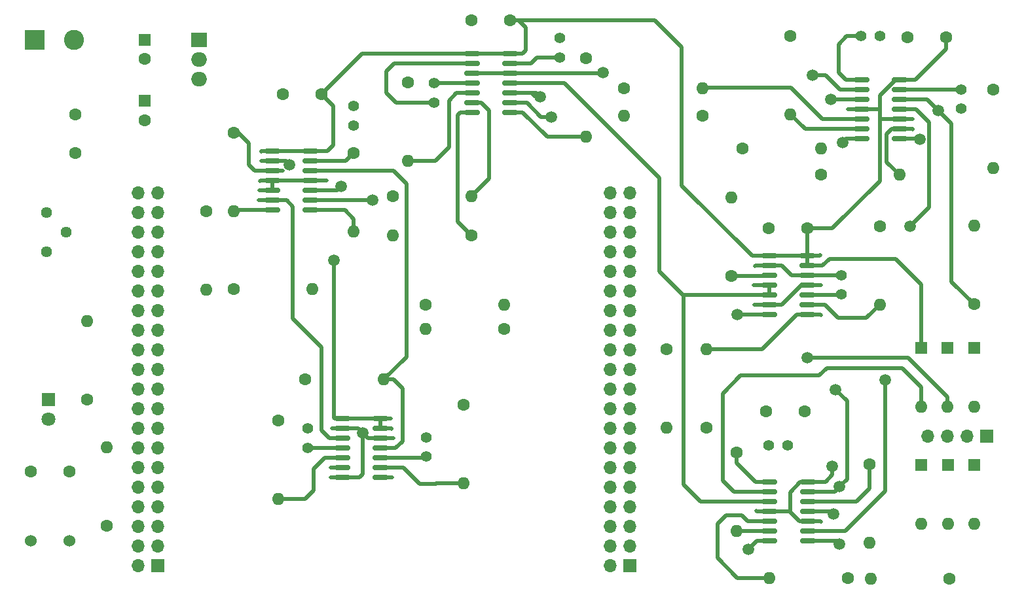
<source format=gbr>
%TF.GenerationSoftware,KiCad,Pcbnew,8.0.0*%
%TF.CreationDate,2024-11-06T21:56:16+01:00*%
%TF.ProjectId,Coincidence_board,436f696e-6369-4646-956e-63655f626f61,rev?*%
%TF.SameCoordinates,Original*%
%TF.FileFunction,Copper,L1,Top*%
%TF.FilePolarity,Positive*%
%FSLAX46Y46*%
G04 Gerber Fmt 4.6, Leading zero omitted, Abs format (unit mm)*
G04 Created by KiCad (PCBNEW 8.0.0) date 2024-11-06 21:56:16*
%MOMM*%
%LPD*%
G01*
G04 APERTURE LIST*
G04 Aperture macros list*
%AMRoundRect*
0 Rectangle with rounded corners*
0 $1 Rounding radius*
0 $2 $3 $4 $5 $6 $7 $8 $9 X,Y pos of 4 corners*
0 Add a 4 corners polygon primitive as box body*
4,1,4,$2,$3,$4,$5,$6,$7,$8,$9,$2,$3,0*
0 Add four circle primitives for the rounded corners*
1,1,$1+$1,$2,$3*
1,1,$1+$1,$4,$5*
1,1,$1+$1,$6,$7*
1,1,$1+$1,$8,$9*
0 Add four rect primitives between the rounded corners*
20,1,$1+$1,$2,$3,$4,$5,0*
20,1,$1+$1,$4,$5,$6,$7,0*
20,1,$1+$1,$6,$7,$8,$9,0*
20,1,$1+$1,$8,$9,$2,$3,0*%
G04 Aperture macros list end*
%TA.AperFunction,ComponentPad*%
%ADD10R,1.700000X1.700000*%
%TD*%
%TA.AperFunction,ComponentPad*%
%ADD11O,1.700000X1.700000*%
%TD*%
%TA.AperFunction,ComponentPad*%
%ADD12C,1.400000*%
%TD*%
%TA.AperFunction,ComponentPad*%
%ADD13C,1.440000*%
%TD*%
%TA.AperFunction,ComponentPad*%
%ADD14C,1.600000*%
%TD*%
%TA.AperFunction,ComponentPad*%
%ADD15O,1.600000X1.600000*%
%TD*%
%TA.AperFunction,ComponentPad*%
%ADD16R,1.800000X1.800000*%
%TD*%
%TA.AperFunction,ComponentPad*%
%ADD17C,1.800000*%
%TD*%
%TA.AperFunction,ComponentPad*%
%ADD18R,1.600000X1.600000*%
%TD*%
%TA.AperFunction,SMDPad,CuDef*%
%ADD19RoundRect,0.150000X-0.825000X-0.150000X0.825000X-0.150000X0.825000X0.150000X-0.825000X0.150000X0*%
%TD*%
%TA.AperFunction,ComponentPad*%
%ADD20R,2.600000X2.600000*%
%TD*%
%TA.AperFunction,ComponentPad*%
%ADD21C,2.600000*%
%TD*%
%TA.AperFunction,ComponentPad*%
%ADD22C,1.524000*%
%TD*%
%TA.AperFunction,ComponentPad*%
%ADD23R,2.000000X1.905000*%
%TD*%
%TA.AperFunction,ComponentPad*%
%ADD24O,2.000000X1.905000*%
%TD*%
%TA.AperFunction,ViaPad*%
%ADD25C,1.500000*%
%TD*%
%TA.AperFunction,Conductor*%
%ADD26C,0.500000*%
%TD*%
G04 APERTURE END LIST*
D10*
%TO.P,J4,1,Pin_1*%
%TO.N,unconnected-(J4-Pin_1-Pad1)*%
X208500000Y-143440000D03*
D11*
%TO.P,J4,2,Pin_2*%
%TO.N,unconnected-(J4-Pin_2-Pad2)*%
X205960000Y-143440000D03*
%TO.P,J4,3,Pin_3*%
%TO.N,BC2out_nuc*%
X208500000Y-140900000D03*
%TO.P,J4,4,Pin_4*%
%TO.N,unconnected-(J4-Pin_4-Pad4)*%
X205960000Y-140900000D03*
%TO.P,J4,5,Pin_5*%
%TO.N,unconnected-(J4-Pin_5-Pad5)*%
X208500000Y-138360000D03*
%TO.P,J4,6,Pin_6*%
%TO.N,unconnected-(J4-Pin_6-Pad6)*%
X205960000Y-138360000D03*
%TO.P,J4,7,Pin_7*%
%TO.N,unconnected-(J4-Pin_7-Pad7)*%
X208500000Y-135820000D03*
%TO.P,J4,8,Pin_8*%
%TO.N,unconnected-(J4-Pin_8-Pad8)*%
X205960000Y-135820000D03*
%TO.P,J4,9,Pin_9*%
%TO.N,unconnected-(J4-Pin_9-Pad9)*%
X208500000Y-133280000D03*
%TO.P,J4,10,Pin_10*%
%TO.N,unconnected-(J4-Pin_10-Pad10)*%
X205960000Y-133280000D03*
%TO.P,J4,11,Pin_11*%
%TO.N,unconnected-(J4-Pin_11-Pad11)*%
X208500000Y-130740000D03*
%TO.P,J4,12,Pin_12*%
%TO.N,unconnected-(J4-Pin_12-Pad12)*%
X205960000Y-130740000D03*
%TO.P,J4,13,Pin_13*%
%TO.N,unconnected-(J4-Pin_13-Pad13)*%
X208500000Y-128200000D03*
%TO.P,J4,14,Pin_14*%
%TO.N,unconnected-(J4-Pin_14-Pad14)*%
X205960000Y-128200000D03*
%TO.P,J4,15,Pin_15*%
%TO.N,B2out_nuc*%
X208500000Y-125660000D03*
%TO.P,J4,16,Pin_16*%
%TO.N,unconnected-(J4-Pin_16-Pad16)*%
X205960000Y-125660000D03*
%TO.P,J4,17,Pin_17*%
%TO.N,unconnected-(J4-Pin_17-Pad17)*%
X208500000Y-123120000D03*
%TO.P,J4,18,Pin_18*%
%TO.N,3.3V_NUC*%
X205960000Y-123120000D03*
%TO.P,J4,19,Pin_19*%
%TO.N,unconnected-(J4-Pin_19-Pad19)*%
X208500000Y-120580000D03*
%TO.P,J4,20,Pin_20*%
%TO.N,5V_NUC*%
X205960000Y-120580000D03*
%TO.P,J4,21,Pin_21*%
%TO.N,GND*%
X208500000Y-118040000D03*
%TO.P,J4,22,Pin_22*%
X205960000Y-118040000D03*
%TO.P,J4,23,Pin_23*%
%TO.N,unconnected-(J4-Pin_23-Pad23)*%
X208500000Y-115500000D03*
%TO.P,J4,24,Pin_24*%
%TO.N,GND*%
X205960000Y-115500000D03*
%TO.P,J4,25,Pin_25*%
%TO.N,USER_BUTTON*%
X208500000Y-112960000D03*
%TO.P,J4,26,Pin_26*%
%TO.N,VIN*%
X205960000Y-112960000D03*
%TO.P,J4,27,Pin_27*%
%TO.N,unconnected-(J4-Pin_27-Pad27)*%
X208500000Y-110420000D03*
%TO.P,J4,28,Pin_28*%
%TO.N,unconnected-(J4-Pin_28-Pad28)*%
X205960000Y-110420000D03*
%TO.P,J4,29,Pin_29*%
%TO.N,unconnected-(J4-Pin_29-Pad29)*%
X208500000Y-107880000D03*
%TO.P,J4,30,Pin_30*%
%TO.N,unconnected-(J4-Pin_30-Pad30)*%
X205960000Y-107880000D03*
%TO.P,J4,31,Pin_31*%
%TO.N,unconnected-(J4-Pin_31-Pad31)*%
X208500000Y-105340000D03*
%TO.P,J4,32,Pin_32*%
%TO.N,unconnected-(J4-Pin_32-Pad32)*%
X205960000Y-105340000D03*
%TO.P,J4,33,Pin_33*%
%TO.N,unconnected-(J4-Pin_33-Pad33)*%
X208500000Y-102800000D03*
%TO.P,J4,34,Pin_34*%
%TO.N,unconnected-(J4-Pin_34-Pad34)*%
X205960000Y-102800000D03*
%TO.P,J4,35,Pin_35*%
%TO.N,unconnected-(J4-Pin_35-Pad35)*%
X208500000Y-100260000D03*
%TO.P,J4,36,Pin_36*%
%TO.N,unconnected-(J4-Pin_36-Pad36)*%
X205960000Y-100260000D03*
%TO.P,J4,37,Pin_37*%
%TO.N,AC2out_nuc*%
X208500000Y-97720000D03*
%TO.P,J4,38,Pin_38*%
%TO.N,unconnected-(J4-Pin_38-Pad38)*%
X205960000Y-97720000D03*
%TO.P,J4,39,Pin_39*%
%TO.N,unconnected-(J4-Pin_39-Pad39)*%
X208500000Y-95180000D03*
%TO.P,J4,40,Pin_40*%
%TO.N,C2out_nuc*%
X205960000Y-95180000D03*
%TD*%
D10*
%TO.P,J7,1,Pin_1*%
%TO.N,unconnected-(J7-Pin_1-Pad1)*%
X147460001Y-143440000D03*
D11*
%TO.P,J7,2,Pin_2*%
%TO.N,unconnected-(J7-Pin_2-Pad2)*%
X144920001Y-143440000D03*
%TO.P,J7,3,Pin_3*%
%TO.N,unconnected-(J7-Pin_3-Pad3)*%
X147460001Y-140900000D03*
%TO.P,J7,4,Pin_4*%
%TO.N,unconnected-(J7-Pin_4-Pad4)*%
X144920001Y-140900000D03*
%TO.P,J7,5,Pin_5*%
%TO.N,AB2out_nuc*%
X147460001Y-138360000D03*
%TO.P,J7,6,Pin_6*%
%TO.N,SW1_OUT*%
X144920001Y-138360000D03*
%TO.P,J7,7,Pin_7*%
%TO.N,unconnected-(J7-Pin_7-Pad7)*%
X147460001Y-135820000D03*
%TO.P,J7,8,Pin_8*%
%TO.N,LED_OUT*%
X144920001Y-135820000D03*
%TO.P,J7,9,Pin_9*%
%TO.N,unconnected-(J7-Pin_9-Pad9)*%
X147460001Y-133280000D03*
%TO.P,J7,10,Pin_10*%
%TO.N,unconnected-(J7-Pin_10-Pad10)*%
X144920001Y-133280000D03*
%TO.P,J7,11,Pin_11*%
%TO.N,unconnected-(J7-Pin_11-Pad11)*%
X147460001Y-130740000D03*
%TO.P,J7,12,Pin_12*%
%TO.N,unconnected-(J7-Pin_12-Pad12)*%
X144920001Y-130740000D03*
%TO.P,J7,13,Pin_13*%
%TO.N,unconnected-(J7-Pin_13-Pad13)*%
X147460001Y-128200000D03*
%TO.P,J7,14,Pin_14*%
%TO.N,unconnected-(J7-Pin_14-Pad14)*%
X144920001Y-128200000D03*
%TO.P,J7,15,Pin_15*%
%TO.N,unconnected-(J7-Pin_15-Pad15)*%
X147460001Y-125660000D03*
%TO.P,J7,16,Pin_16*%
%TO.N,unconnected-(J7-Pin_16-Pad16)*%
X144920001Y-125660000D03*
%TO.P,J7,17,Pin_17*%
%TO.N,unconnected-(J7-Pin_17-Pad17)*%
X147460001Y-123120000D03*
%TO.P,J7,18,Pin_18*%
%TO.N,unconnected-(J7-Pin_18-Pad18)*%
X144920001Y-123120000D03*
%TO.P,J7,19,Pin_19*%
%TO.N,unconnected-(J7-Pin_19-Pad19)*%
X147460001Y-120580000D03*
%TO.P,J7,20,Pin_20*%
%TO.N,unconnected-(J7-Pin_20-Pad20)*%
X144920001Y-120580000D03*
%TO.P,J7,21,Pin_21*%
%TO.N,unconnected-(J7-Pin_21-Pad21)*%
X147460001Y-118040000D03*
%TO.P,J7,22,Pin_22*%
%TO.N,GND*%
X144920001Y-118040000D03*
%TO.P,J7,23,Pin_23*%
%TO.N,unconnected-(J7-Pin_23-Pad23)*%
X147460001Y-115500000D03*
%TO.P,J7,24,Pin_24*%
%TO.N,unconnected-(J7-Pin_24-Pad24)*%
X144920001Y-115500000D03*
%TO.P,J7,25,Pin_25*%
%TO.N,unconnected-(J7-Pin_25-Pad25)*%
X147460001Y-112960000D03*
%TO.P,J7,26,Pin_26*%
%TO.N,unconnected-(J7-Pin_26-Pad26)*%
X144920001Y-112960000D03*
%TO.P,J7,27,Pin_27*%
%TO.N,unconnected-(J7-Pin_27-Pad27)*%
X147460001Y-110420000D03*
%TO.P,J7,28,Pin_28*%
%TO.N,unconnected-(J7-Pin_28-Pad28)*%
X144920001Y-110420000D03*
%TO.P,J7,29,Pin_29*%
%TO.N,A2out_nuc*%
X147460001Y-107880000D03*
%TO.P,J7,30,Pin_30*%
%TO.N,unconnected-(J7-Pin_30-Pad30)*%
X144920001Y-107880000D03*
%TO.P,J7,31,Pin_31*%
%TO.N,unconnected-(J7-Pin_31-Pad31)*%
X147460001Y-105340000D03*
%TO.P,J7,32,Pin_32*%
%TO.N,unconnected-(J7-Pin_32-Pad32)*%
X144920001Y-105340000D03*
%TO.P,J7,33,Pin_33*%
%TO.N,ABCout_nuc*%
X147460001Y-102800000D03*
%TO.P,J7,34,Pin_34*%
%TO.N,unconnected-(J7-Pin_34-Pad34)*%
X144920001Y-102800000D03*
%TO.P,J7,35,Pin_35*%
%TO.N,unconnected-(J7-Pin_35-Pad35)*%
X147460001Y-100260000D03*
%TO.P,J7,36,Pin_36*%
%TO.N,POT_OUT*%
X144920001Y-100260000D03*
%TO.P,J7,37,Pin_37*%
%TO.N,unconnected-(J7-Pin_37-Pad37)*%
X147460001Y-97720000D03*
%TO.P,J7,38,Pin_38*%
%TO.N,unconnected-(J7-Pin_38-Pad38)*%
X144920001Y-97720000D03*
%TO.P,J7,39,Pin_39*%
%TO.N,unconnected-(J7-Pin_39-Pad39)*%
X147460001Y-95180000D03*
%TO.P,J7,40,Pin_40*%
%TO.N,unconnected-(J7-Pin_40-Pad40)*%
X144920001Y-95180000D03*
%TD*%
D12*
%TO.P,C7,1*%
%TO.N,GND*%
X166880000Y-125670000D03*
%TO.P,C7,2*%
%TO.N,Net-(U2A-~{S})*%
X166880000Y-128170000D03*
%TD*%
D13*
%TO.P,RV1,1,1*%
%TO.N,3.3V_NUC*%
X133060000Y-102740000D03*
%TO.P,RV1,2,2*%
%TO.N,POT_OUT*%
X135600000Y-100200000D03*
%TO.P,RV1,3,3*%
%TO.N,GND*%
X133060000Y-97660000D03*
%TD*%
D12*
%TO.P,C5,2*%
%TO.N,Net-(U2B-~{S})*%
X182200000Y-129300000D03*
%TO.P,C5,1*%
%TO.N,GND*%
X182200000Y-126800000D03*
%TD*%
D14*
%TO.P,R20,1*%
%TO.N,A2out_nuc*%
X177840000Y-95600000D03*
D15*
%TO.P,R20,2*%
%TO.N,A2out*%
X188000000Y-95600000D03*
%TD*%
D16*
%TO.P,D1,1,K*%
%TO.N,Net-(D1-K)*%
X133335000Y-121925000D03*
D17*
%TO.P,D1,2,A*%
%TO.N,LED_OUT*%
X133335000Y-124465000D03*
%TD*%
D14*
%TO.P,R3,1*%
%TO.N,Net-(D1-K)*%
X138320000Y-121880000D03*
D15*
%TO.P,R3,2*%
%TO.N,GND*%
X138320000Y-111720000D03*
%TD*%
D14*
%TO.P,R4,1*%
%TO.N,Net-(U2B-~{S})*%
X187000000Y-122600000D03*
D15*
%TO.P,R4,2*%
%TO.N,Net-(U2B-Q)*%
X187000000Y-132760000D03*
%TD*%
D14*
%TO.P,R13,1*%
%TO.N,Net-(U6B-~{R})*%
X202800000Y-77700000D03*
D15*
%TO.P,R13,2*%
%TO.N,Net-(U6B-~{Q})*%
X202800000Y-87860000D03*
%TD*%
D14*
%TO.P,C10,1*%
%TO.N,GND*%
X244400000Y-75000000D03*
%TO.P,C10,2*%
%TO.N,5V*%
X249400000Y-75000000D03*
%TD*%
D18*
%TO.P,D5,1,K*%
%TO.N,B2in*%
X249610000Y-130390000D03*
D15*
%TO.P,D5,2,A*%
%TO.N,GND*%
X249610000Y-138010000D03*
%TD*%
D19*
%TO.P,U1,1,~{R}*%
%TO.N,5V*%
X162250000Y-89755000D03*
%TO.P,U1,2,D*%
%TO.N,GND*%
X162250000Y-91025000D03*
%TO.P,U1,3,C*%
%TO.N,Bin*%
X162250000Y-92295000D03*
%TO.P,U1,4,~{S}*%
%TO.N,Net-(U1A-Q)*%
X162250000Y-93565000D03*
%TO.P,U1,5,Q*%
X162250000Y-94835000D03*
%TO.P,U1,6,~{Q}*%
%TO.N,Net-(U1A-~{Q})*%
X162250000Y-96105000D03*
%TO.P,U1,7,GND*%
%TO.N,GND*%
X162250000Y-97375000D03*
%TO.P,U1,8,~{Q}*%
%TO.N,Net-(U1B-~{Q})*%
X167200000Y-97375000D03*
%TO.P,U1,9,Q*%
%TO.N,ABCout*%
X167200000Y-96105000D03*
%TO.P,U1,10,~{S}*%
%TO.N,5V*%
X167200000Y-94835000D03*
%TO.P,U1,11,C*%
%TO.N,Net-(U1A-Q)*%
X167200000Y-93565000D03*
%TO.P,U1,12,D*%
%TO.N,Ain*%
X167200000Y-92295000D03*
%TO.P,U1,13,~{R}*%
%TO.N,Net-(U1B-~{R})*%
X167200000Y-91025000D03*
%TO.P,U1,14,VCC*%
%TO.N,5V*%
X167200000Y-89755000D03*
%TD*%
D10*
%TO.P,J1,1,Pin_1*%
%TO.N,GND*%
X254610000Y-126650000D03*
D11*
%TO.P,J1,2,Pin_2*%
%TO.N,A2in*%
X252070000Y-126650000D03*
%TO.P,J1,3,Pin_3*%
%TO.N,B2in*%
X249530000Y-126650000D03*
%TO.P,J1,4,Pin_4*%
%TO.N,C2in*%
X246990000Y-126650000D03*
%TD*%
D12*
%TO.P,C13,1*%
%TO.N,GND*%
X240850000Y-74850000D03*
%TO.P,C13,2*%
%TO.N,Net-(U5A-~{R})*%
X238350000Y-74850000D03*
%TD*%
D15*
%TO.P,D7,2,A*%
%TO.N,GND*%
X246200000Y-138020000D03*
D18*
%TO.P,D7,1,K*%
%TO.N,C2in*%
X246200000Y-130400000D03*
%TD*%
D12*
%TO.P,C6,1*%
%TO.N,GND*%
X172800000Y-83900000D03*
%TO.P,C6,2*%
%TO.N,Net-(U1B-~{R})*%
X172800000Y-86400000D03*
%TD*%
D14*
%TO.P,R5,1*%
%TO.N,Bin*%
X157300000Y-87400000D03*
D15*
%TO.P,R5,2*%
%TO.N,GND*%
X157300000Y-97560000D03*
%TD*%
D18*
%TO.P,C2,1*%
%TO.N,5V*%
X145800000Y-83220000D03*
D14*
%TO.P,C2,2*%
%TO.N,GND*%
X145800000Y-85720000D03*
%TD*%
%TO.P,R27,1*%
%TO.N,GND*%
X223040000Y-89400000D03*
D15*
%TO.P,R27,2*%
%TO.N,AC2out_nuc*%
X233200000Y-89400000D03*
%TD*%
D14*
%TO.P,R9,1*%
%TO.N,Net-(U5A-~{R})*%
X229200000Y-74800000D03*
D15*
%TO.P,R9,2*%
%TO.N,Net-(U5A-~{Q})*%
X229200000Y-84960000D03*
%TD*%
D14*
%TO.P,R7,1*%
%TO.N,Net-(U1B-~{R})*%
X172800000Y-90000000D03*
D15*
%TO.P,R7,2*%
%TO.N,Net-(U1B-~{Q})*%
X172800000Y-100160000D03*
%TD*%
D14*
%TO.P,R25,1*%
%TO.N,GND*%
X192200000Y-112800000D03*
D15*
%TO.P,R25,2*%
%TO.N,AB2out_nuc*%
X182040000Y-112800000D03*
%TD*%
D12*
%TO.P,C16,1*%
%TO.N,GND*%
X199400000Y-75100000D03*
%TO.P,C16,2*%
%TO.N,Net-(U6B-~{R})*%
X199400000Y-77600000D03*
%TD*%
D19*
%TO.P,U7,1,~{R}*%
%TO.N,5V*%
X226530000Y-103310000D03*
%TO.P,U7,2,D*%
%TO.N,GND*%
X226530000Y-104580000D03*
%TO.P,U7,3,C*%
%TO.N,B2in*%
X226530000Y-105850000D03*
%TO.P,U7,4,~{S}*%
%TO.N,Net-(U4A-C)*%
X226530000Y-107120000D03*
%TO.P,U7,5,Q*%
X226530000Y-108390000D03*
%TO.P,U7,6,~{Q}*%
%TO.N,Net-(U7A-~{Q})*%
X226530000Y-109660000D03*
%TO.P,U7,7,GND*%
%TO.N,GND*%
X226530000Y-110930000D03*
%TO.P,U7,8,~{Q}*%
%TO.N,B2out*%
X231480000Y-110930000D03*
%TO.P,U7,9,Q*%
%TO.N,Net-(U7B-Q)*%
X231480000Y-109660000D03*
%TO.P,U7,10,~{S}*%
%TO.N,Net-(U7B-~{S})*%
X231480000Y-108390000D03*
%TO.P,U7,11,C*%
%TO.N,Net-(U7A-~{Q})*%
X231480000Y-107120000D03*
%TO.P,U7,12,D*%
%TO.N,GND*%
X231480000Y-105850000D03*
%TO.P,U7,13,~{R}*%
%TO.N,5V*%
X231480000Y-104580000D03*
%TO.P,U7,14,VCC*%
X231480000Y-103310000D03*
%TD*%
D14*
%TO.P,C9,1*%
%TO.N,GND*%
X163600000Y-82400000D03*
%TO.P,C9,2*%
%TO.N,5V*%
X168600000Y-82400000D03*
%TD*%
D20*
%TO.P,J3,1,Pin_1*%
%TO.N,GND*%
X131520000Y-75320000D03*
D21*
%TO.P,J3,2,Pin_2*%
%TO.N,VIN*%
X136600000Y-75320000D03*
%TD*%
D14*
%TO.P,R28,1*%
%TO.N,AC2out_nuc*%
X233200000Y-92800000D03*
D15*
%TO.P,R28,2*%
%TO.N,AC2out*%
X243360000Y-92800000D03*
%TD*%
D14*
%TO.P,R26,1*%
%TO.N,AB2out_nuc*%
X182040000Y-109600000D03*
D15*
%TO.P,R26,2*%
%TO.N,AB2out*%
X192200000Y-109600000D03*
%TD*%
D18*
%TO.P,D6,1,K*%
%TO.N,5V*%
X246200000Y-115200000D03*
D15*
%TO.P,D6,2,A*%
%TO.N,C2in*%
X246200000Y-122820000D03*
%TD*%
%TO.P,R21,2*%
%TO.N,C2out_nuc*%
X207740000Y-85200000D03*
D14*
%TO.P,R21,1*%
%TO.N,GND*%
X217900000Y-85200000D03*
%TD*%
%TO.P,R1,1*%
%TO.N,SW1_OUT*%
X140880000Y-138280000D03*
D15*
%TO.P,R1,2*%
%TO.N,GND*%
X140880000Y-128120000D03*
%TD*%
D14*
%TO.P,R18,1*%
%TO.N,GND*%
X213200000Y-115400000D03*
D15*
%TO.P,R18,2*%
%TO.N,B2out_nuc*%
X213200000Y-125560000D03*
%TD*%
D14*
%TO.P,R19,1*%
%TO.N,GND*%
X188000000Y-100680000D03*
D15*
%TO.P,R19,2*%
%TO.N,A2out_nuc*%
X177840000Y-100680000D03*
%TD*%
%TO.P,D3,2,A*%
%TO.N,GND*%
X253000000Y-138020000D03*
D18*
%TO.P,D3,1,K*%
%TO.N,A2in*%
X253000000Y-130400000D03*
%TD*%
%TO.P,D4,1,K*%
%TO.N,5V*%
X249600000Y-115200000D03*
D15*
%TO.P,D4,2,A*%
%TO.N,B2in*%
X249600000Y-122820000D03*
%TD*%
D22*
%TO.P,SW1,1,1*%
%TO.N,3.3V_NUC*%
X131000000Y-140200000D03*
%TO.P,SW1,2,2*%
%TO.N,SW1_OUT*%
X136000000Y-140200000D03*
%TD*%
D14*
%TO.P,R6,1*%
%TO.N,GND*%
X166520000Y-119320000D03*
D15*
%TO.P,R6,2*%
%TO.N,Ain*%
X176680000Y-119320000D03*
%TD*%
D19*
%TO.P,U6,1,~{R}*%
%TO.N,5V*%
X188050000Y-77130000D03*
%TO.P,U6,2,D*%
%TO.N,GND*%
X188050000Y-78400000D03*
%TO.P,U6,3,C*%
%TO.N,A2in*%
X188050000Y-79670000D03*
%TO.P,U6,4,~{S}*%
%TO.N,Net-(U6A-~{S})*%
X188050000Y-80940000D03*
%TO.P,U6,5,Q*%
%TO.N,Net-(U6A-Q)*%
X188050000Y-82210000D03*
%TO.P,U6,6,~{Q}*%
%TO.N,A2out*%
X188050000Y-83480000D03*
%TO.P,U6,7,GND*%
%TO.N,GND*%
X188050000Y-84750000D03*
%TO.P,U6,8,~{Q}*%
%TO.N,Net-(U6B-~{Q})*%
X193000000Y-84750000D03*
%TO.P,U6,9,Q*%
%TO.N,AB2out*%
X193000000Y-83480000D03*
%TO.P,U6,10,~{S}*%
%TO.N,5V*%
X193000000Y-82210000D03*
%TO.P,U6,11,C*%
%TO.N,Net-(U4A-C)*%
X193000000Y-80940000D03*
%TO.P,U6,12,D*%
%TO.N,A2in*%
X193000000Y-79670000D03*
%TO.P,U6,13,~{R}*%
%TO.N,Net-(U6B-~{R})*%
X193000000Y-78400000D03*
%TO.P,U6,14,VCC*%
%TO.N,5V*%
X193000000Y-77130000D03*
%TD*%
D14*
%TO.P,R8,1*%
%TO.N,Net-(U2A-~{S})*%
X163000000Y-124640000D03*
D15*
%TO.P,R8,2*%
%TO.N,Net-(U2A-Q)*%
X163000000Y-134800000D03*
%TD*%
D12*
%TO.P,C14,1*%
%TO.N,GND*%
X251300000Y-84250000D03*
%TO.P,C14,2*%
%TO.N,Net-(U5B-~{R})*%
X251300000Y-81750000D03*
%TD*%
D18*
%TO.P,C3,1*%
%TO.N,VIN*%
X145800000Y-75320000D03*
D14*
%TO.P,C3,2*%
%TO.N,GND*%
X145800000Y-77820000D03*
%TD*%
%TO.P,R14,1*%
%TO.N,Net-(U4A-~{R})*%
X222320000Y-128800000D03*
D15*
%TO.P,R14,2*%
%TO.N,Net-(U4A-~{Q})*%
X222320000Y-138960000D03*
%TD*%
D19*
%TO.P,U2,1,~{R}*%
%TO.N,5V*%
X171330000Y-124380000D03*
%TO.P,U2,2,D*%
%TO.N,GND*%
X171330000Y-125650000D03*
%TO.P,U2,3,C*%
%TO.N,Net-(U1A-~{Q})*%
X171330000Y-126920000D03*
%TO.P,U2,4,~{S}*%
%TO.N,Net-(U2A-~{S})*%
X171330000Y-128190000D03*
%TO.P,U2,5,Q*%
%TO.N,Net-(U2A-Q)*%
X171330000Y-129460000D03*
%TO.P,U2,6,~{Q}*%
%TO.N,Bout*%
X171330000Y-130730000D03*
%TO.P,U2,7,GND*%
%TO.N,GND*%
X171330000Y-132000000D03*
%TO.P,U2,8,~{Q}*%
%TO.N,Aout*%
X176280000Y-132000000D03*
%TO.P,U2,9,Q*%
%TO.N,Net-(U2B-Q)*%
X176280000Y-130730000D03*
%TO.P,U2,10,~{S}*%
%TO.N,Net-(U2B-~{S})*%
X176280000Y-129460000D03*
%TO.P,U2,11,C*%
%TO.N,Ain*%
X176280000Y-128190000D03*
%TO.P,U2,12,D*%
%TO.N,GND*%
X176280000Y-126920000D03*
%TO.P,U2,13,~{R}*%
%TO.N,5V*%
X176280000Y-125650000D03*
%TO.P,U2,14,VCC*%
X176280000Y-124380000D03*
%TD*%
%TO.P,U4,1,~{R}*%
%TO.N,Net-(U4A-~{R})*%
X226570000Y-132570000D03*
%TO.P,U4,2,D*%
%TO.N,C2in*%
X226570000Y-133840000D03*
%TO.P,U4,3,C*%
%TO.N,Net-(U4A-C)*%
X226570000Y-135110000D03*
%TO.P,U4,4,~{S}*%
%TO.N,5V*%
X226570000Y-136380000D03*
%TO.P,U4,5,Q*%
%TO.N,BC2out*%
X226570000Y-137650000D03*
%TO.P,U4,6,~{Q}*%
%TO.N,Net-(U4A-~{Q})*%
X226570000Y-138920000D03*
%TO.P,U4,7,GND*%
%TO.N,GND*%
X226570000Y-140190000D03*
%TO.P,U4,8,~{Q}*%
%TO.N,Net-(U4B-~{Q})*%
X231520000Y-140190000D03*
%TO.P,U4,9,Q*%
%TO.N,Net-(U4B-Q)*%
X231520000Y-138920000D03*
%TO.P,U4,10,~{S}*%
%TO.N,5V*%
X231520000Y-137650000D03*
%TO.P,U4,11,C*%
%TO.N,GND*%
X231520000Y-136380000D03*
%TO.P,U4,12,D*%
%TO.N,C2in*%
X231520000Y-135110000D03*
%TO.P,U4,13,~{R}*%
%TO.N,Net-(U4B-~{Q})*%
X231520000Y-133840000D03*
%TO.P,U4,14,VCC*%
%TO.N,5V*%
X231520000Y-132570000D03*
%TD*%
D12*
%TO.P,C17,1*%
%TO.N,GND*%
X228920000Y-127800000D03*
%TO.P,C17,2*%
%TO.N,Net-(U4A-~{R})*%
X226420000Y-127800000D03*
%TD*%
D14*
%TO.P,C8,1*%
%TO.N,5V*%
X193000000Y-72800000D03*
%TO.P,C8,2*%
%TO.N,GND*%
X188000000Y-72800000D03*
%TD*%
D12*
%TO.P,C18,1*%
%TO.N,GND*%
X235880000Y-105780000D03*
%TO.P,C18,2*%
%TO.N,Net-(U7B-~{S})*%
X235880000Y-108280000D03*
%TD*%
D14*
%TO.P,R16,1*%
%TO.N,B2in*%
X221650000Y-105880000D03*
D15*
%TO.P,R16,2*%
%TO.N,GND*%
X221650000Y-95720000D03*
%TD*%
D19*
%TO.P,U5,14,VCC*%
%TO.N,5V*%
X243400000Y-80520000D03*
%TO.P,U5,13,~{R}*%
%TO.N,Net-(U5B-~{R})*%
X243400000Y-81790000D03*
%TO.P,U5,12,D*%
%TO.N,A2in*%
X243400000Y-83060000D03*
%TO.P,U5,11,C*%
%TO.N,Net-(U4B-~{Q})*%
X243400000Y-84330000D03*
%TO.P,U5,10,~{S}*%
%TO.N,5V*%
X243400000Y-85600000D03*
%TO.P,U5,9,Q*%
%TO.N,AC2out*%
X243400000Y-86870000D03*
%TO.P,U5,8,~{Q}*%
%TO.N,Net-(U5B-~{Q})*%
X243400000Y-88140000D03*
%TO.P,U5,7,GND*%
%TO.N,GND*%
X238450000Y-88140000D03*
%TO.P,U5,6,~{Q}*%
%TO.N,Net-(U5A-~{Q})*%
X238450000Y-86870000D03*
%TO.P,U5,5,Q*%
%TO.N,C2out*%
X238450000Y-85600000D03*
%TO.P,U5,4,~{S}*%
%TO.N,5V*%
X238450000Y-84330000D03*
%TO.P,U5,3,C*%
%TO.N,GND*%
X238450000Y-83060000D03*
%TO.P,U5,2,D*%
%TO.N,Net-(U4B-Q)*%
X238450000Y-81790000D03*
%TO.P,U5,1,~{R}*%
%TO.N,Net-(U5A-~{R})*%
X238450000Y-80520000D03*
%TD*%
D14*
%TO.P,C11,1*%
%TO.N,GND*%
X226450000Y-99720000D03*
%TO.P,C11,2*%
%TO.N,5V*%
X231450000Y-99720000D03*
%TD*%
%TO.P,R12,1*%
%TO.N,Net-(U6A-~{S})*%
X179800000Y-80800000D03*
D15*
%TO.P,R12,2*%
%TO.N,Net-(U6A-Q)*%
X179800000Y-90960000D03*
%TD*%
D14*
%TO.P,R22,1*%
%TO.N,GND*%
X153720000Y-97520000D03*
D15*
%TO.P,R22,2*%
%TO.N,ABCout_nuc*%
X153720000Y-107680000D03*
%TD*%
D14*
%TO.P,C4,1*%
%TO.N,5V*%
X136800000Y-85000000D03*
%TO.P,C4,2*%
%TO.N,GND*%
X136800000Y-90000000D03*
%TD*%
D23*
%TO.P,U3,1,VI*%
%TO.N,VIN*%
X152800000Y-75320000D03*
D24*
%TO.P,U3,2,GND*%
%TO.N,GND*%
X152800000Y-77860000D03*
%TO.P,U3,3,VO*%
%TO.N,5V*%
X152800000Y-80400000D03*
%TD*%
D14*
%TO.P,R30,1*%
%TO.N,BC2out_nuc*%
X236680000Y-145000000D03*
D15*
%TO.P,R30,2*%
%TO.N,BC2out*%
X226520000Y-145000000D03*
%TD*%
D14*
%TO.P,C1,1*%
%TO.N,3.3V_NUC*%
X131000000Y-131200000D03*
%TO.P,C1,2*%
%TO.N,SW1_OUT*%
X136000000Y-131200000D03*
%TD*%
D15*
%TO.P,R10,2*%
%TO.N,GND*%
X253000000Y-99400000D03*
D14*
%TO.P,R10,1*%
%TO.N,A2in*%
X253000000Y-109560000D03*
%TD*%
%TO.P,C12,1*%
%TO.N,GND*%
X226120000Y-123400000D03*
%TO.P,C12,2*%
%TO.N,5V*%
X231120000Y-123400000D03*
%TD*%
D18*
%TO.P,D2,1,K*%
%TO.N,5V*%
X253000000Y-115200000D03*
D15*
%TO.P,D2,2,A*%
%TO.N,A2in*%
X253000000Y-122820000D03*
%TD*%
D14*
%TO.P,R15,1*%
%TO.N,Net-(U7B-~{S})*%
X240800000Y-99440000D03*
D15*
%TO.P,R15,2*%
%TO.N,Net-(U7B-Q)*%
X240800000Y-109600000D03*
%TD*%
D12*
%TO.P,C15,1*%
%TO.N,GND*%
X183150000Y-83450000D03*
%TO.P,C15,2*%
%TO.N,Net-(U6A-~{S})*%
X183150000Y-80950000D03*
%TD*%
D14*
%TO.P,R11,1*%
%TO.N,Net-(U5B-~{R})*%
X255500000Y-81800000D03*
D15*
%TO.P,R11,2*%
%TO.N,Net-(U5B-~{Q})*%
X255500000Y-91960000D03*
%TD*%
D14*
%TO.P,R29,1*%
%TO.N,GND*%
X249800000Y-145080000D03*
D15*
%TO.P,R29,2*%
%TO.N,BC2out_nuc*%
X239640000Y-145080000D03*
%TD*%
%TO.P,R23,2*%
%TO.N,C2out*%
X217880000Y-81600000D03*
D14*
%TO.P,R23,1*%
%TO.N,C2out_nuc*%
X207720000Y-81600000D03*
%TD*%
%TO.P,R17,1*%
%TO.N,B2out_nuc*%
X218400000Y-125560000D03*
D15*
%TO.P,R17,2*%
%TO.N,B2out*%
X218400000Y-115400000D03*
%TD*%
D14*
%TO.P,R24,1*%
%TO.N,ABCout_nuc*%
X157240000Y-107600000D03*
D15*
%TO.P,R24,2*%
%TO.N,ABCout*%
X167400000Y-107600000D03*
%TD*%
D14*
%TO.P,R2,1*%
%TO.N,C2in*%
X239500000Y-130300000D03*
D15*
%TO.P,R2,2*%
%TO.N,GND*%
X239500000Y-140460000D03*
%TD*%
D25*
%TO.N,GND*%
X234800000Y-136700000D03*
%TO.N,Net-(U4B-Q)*%
X241500000Y-119400000D03*
X232100000Y-79900000D03*
%TO.N,GND*%
X223800000Y-141300000D03*
%TO.N,Net-(U4B-~{Q})*%
X244700000Y-99500000D03*
X235100000Y-120600000D03*
%TO.N,5V*%
X196900000Y-82700000D03*
%TO.N,Net-(U4B-~{Q})*%
X235600000Y-140600000D03*
X235600000Y-133200000D03*
%TO.N,B2in*%
X231400000Y-116500000D03*
%TO.N,5V*%
X170200000Y-103900000D03*
X171200000Y-94300000D03*
%TO.N,GND*%
X164500000Y-91500000D03*
X222400000Y-110900000D03*
%TO.N,5V*%
X234700000Y-130500000D03*
X234700000Y-130500000D03*
%TO.N,Net-(U5B-~{Q})*%
X246000000Y-88200000D03*
%TO.N,GND*%
X236000000Y-88600000D03*
%TO.N,A2in*%
X205000000Y-79600000D03*
X248400000Y-84500000D03*
%TO.N,AB2out*%
X198300000Y-85300000D03*
%TO.N,GND*%
X234500000Y-83000000D03*
%TO.N,ABCout*%
X175200000Y-96100000D03*
%TO.N,GND*%
X173950000Y-126250000D03*
%TD*%
D26*
%TO.N,Bin*%
X159995000Y-92295000D02*
X163650000Y-92295000D01*
X159200000Y-88700000D02*
X159200000Y-91500000D01*
X157900000Y-87400000D02*
X159200000Y-88700000D01*
X157300000Y-87400000D02*
X157900000Y-87400000D01*
X159200000Y-91500000D02*
X159995000Y-92295000D01*
%TO.N,5V*%
X170280000Y-124380000D02*
X171330000Y-124380000D01*
X170200000Y-124300000D02*
X170280000Y-124380000D01*
X170200000Y-103900000D02*
X170200000Y-124300000D01*
%TO.N,ABCout*%
X175200000Y-96100000D02*
X168605000Y-96100000D01*
X168605000Y-96100000D02*
X168600000Y-96105000D01*
X168600000Y-96105000D02*
X167200000Y-96105000D01*
%TO.N,Ain*%
X177895000Y-92295000D02*
X167200000Y-92295000D01*
X179600000Y-94000000D02*
X177895000Y-92295000D01*
X176680000Y-119320000D02*
X179600000Y-116400000D01*
X179600000Y-116400000D02*
X179600000Y-94000000D01*
%TO.N,Net-(U4B-Q)*%
X241500000Y-133740000D02*
X236320000Y-138920000D01*
X236320000Y-138920000D02*
X231520000Y-138920000D01*
X241500000Y-119400000D02*
X241500000Y-133740000D01*
%TO.N,5V*%
X224880000Y-136380000D02*
X224800000Y-136300000D01*
X226570000Y-136380000D02*
X224880000Y-136380000D01*
%TO.N,BC2out*%
X219800000Y-142400000D02*
X222400000Y-145000000D01*
X219800000Y-138000000D02*
X219800000Y-142400000D01*
X220900000Y-136900000D02*
X219800000Y-138000000D01*
X223000000Y-136900000D02*
X220900000Y-136900000D01*
X223750000Y-137650000D02*
X223000000Y-136900000D01*
X226570000Y-137650000D02*
X223750000Y-137650000D01*
X222400000Y-145000000D02*
X226520000Y-145000000D01*
%TO.N,C2in*%
X246200000Y-120300000D02*
X246200000Y-122820000D01*
X243700000Y-117800000D02*
X246200000Y-120300000D01*
X233000000Y-118800000D02*
X234000000Y-117800000D01*
X222800000Y-118800000D02*
X233000000Y-118800000D01*
X220500000Y-132400000D02*
X220500000Y-121100000D01*
X221940000Y-133840000D02*
X220500000Y-132400000D01*
X220500000Y-121100000D02*
X222800000Y-118800000D01*
X234000000Y-117800000D02*
X243700000Y-117800000D01*
X226570000Y-133840000D02*
X221940000Y-133840000D01*
%TO.N,B2in*%
X249600000Y-121600000D02*
X249600000Y-122820000D01*
X244500000Y-116500000D02*
X249600000Y-121600000D01*
X231400000Y-116500000D02*
X244500000Y-116500000D01*
%TO.N,GND*%
X234480000Y-136380000D02*
X231520000Y-136380000D01*
X234800000Y-136700000D02*
X234480000Y-136380000D01*
%TO.N,Net-(U4B-~{Q})*%
X236600000Y-132200000D02*
X235600000Y-133200000D01*
X236600000Y-122100000D02*
X236600000Y-132200000D01*
X235100000Y-120600000D02*
X236600000Y-122100000D01*
X245537767Y-84330000D02*
X243400000Y-84330000D01*
X247200000Y-97000000D02*
X247200000Y-85992233D01*
X247200000Y-85992233D02*
X245537767Y-84330000D01*
X244700000Y-99500000D02*
X247200000Y-97000000D01*
%TO.N,Net-(U4B-Q)*%
X235690000Y-81790000D02*
X238450000Y-81790000D01*
X233800000Y-79900000D02*
X235690000Y-81790000D01*
X232100000Y-79900000D02*
X233800000Y-79900000D01*
%TO.N,Net-(U4A-~{R})*%
X222320000Y-130120000D02*
X222320000Y-128800000D01*
X226570000Y-132570000D02*
X224770000Y-132570000D01*
X224770000Y-132570000D02*
X222320000Y-130120000D01*
%TO.N,Net-(U4A-C)*%
X215400000Y-132900000D02*
X215400000Y-108390000D01*
X226570000Y-135110000D02*
X217610000Y-135110000D01*
X217610000Y-135110000D02*
X215400000Y-132900000D01*
%TO.N,GND*%
X224910000Y-140190000D02*
X223800000Y-141300000D01*
X226570000Y-140190000D02*
X224910000Y-140190000D01*
%TO.N,A2in*%
X250100000Y-106660000D02*
X253000000Y-109560000D01*
X248400000Y-84500000D02*
X250100000Y-86200000D01*
X250100000Y-86200000D02*
X250100000Y-106660000D01*
%TO.N,AB2out*%
X197000000Y-85300000D02*
X195200000Y-83500000D01*
X193020000Y-83500000D02*
X193000000Y-83480000D01*
X198300000Y-85300000D02*
X197000000Y-85300000D01*
X195200000Y-83500000D02*
X193020000Y-83500000D01*
%TO.N,5V*%
X196300000Y-82700000D02*
X196900000Y-82700000D01*
X195800000Y-82200000D02*
X196300000Y-82700000D01*
X193000000Y-82210000D02*
X196410000Y-82210000D01*
X196410000Y-82210000D02*
X196900000Y-82700000D01*
%TO.N,Net-(U6B-~{Q})*%
X202760000Y-87900000D02*
X202800000Y-87860000D01*
X197800000Y-87900000D02*
X202760000Y-87900000D01*
X193000000Y-84750000D02*
X194650000Y-84750000D01*
X194650000Y-84750000D02*
X197800000Y-87900000D01*
%TO.N,Net-(U6A-Q)*%
X183340000Y-90960000D02*
X179800000Y-90960000D01*
X185100000Y-89200000D02*
X183340000Y-90960000D01*
X186090000Y-82210000D02*
X185100000Y-83200000D01*
X188050000Y-82210000D02*
X186090000Y-82210000D01*
X185100000Y-83200000D02*
X185100000Y-89200000D01*
%TO.N,GND*%
X187980000Y-100680000D02*
X188000000Y-100680000D01*
X186200000Y-98900000D02*
X187980000Y-100680000D01*
X186550000Y-84750000D02*
X186200000Y-85100000D01*
X186200000Y-85100000D02*
X186200000Y-98900000D01*
X188050000Y-84750000D02*
X186550000Y-84750000D01*
X178250000Y-83450000D02*
X183150000Y-83450000D01*
X177000000Y-82200000D02*
X178250000Y-83450000D01*
X177000000Y-79400000D02*
X177000000Y-82200000D01*
X188050000Y-78400000D02*
X178000000Y-78400000D01*
X178000000Y-78400000D02*
X177000000Y-79400000D01*
%TO.N,Net-(U6A-~{S})*%
X183160000Y-80940000D02*
X183150000Y-80950000D01*
X188050000Y-80940000D02*
X183160000Y-80940000D01*
%TO.N,Net-(U4B-~{Q})*%
X234600000Y-140190000D02*
X235190000Y-140190000D01*
X235190000Y-140190000D02*
X235600000Y-140600000D01*
X234600000Y-140190000D02*
X235390000Y-140190000D01*
X231520000Y-140190000D02*
X234600000Y-140190000D01*
X234960000Y-133840000D02*
X235600000Y-133200000D01*
X231520000Y-133840000D02*
X234960000Y-133840000D01*
%TO.N,5V*%
X233150000Y-137650000D02*
X233200000Y-137700000D01*
X231520000Y-137650000D02*
X233150000Y-137650000D01*
%TO.N,Net-(U4B-~{Q})*%
X235390000Y-140190000D02*
X235400000Y-140200000D01*
%TO.N,Net-(U4A-~{Q})*%
X222360000Y-138920000D02*
X222320000Y-138960000D01*
X226570000Y-138920000D02*
X222360000Y-138920000D01*
%TO.N,Net-(U1A-Q)*%
X160735000Y-93565000D02*
X160700000Y-93600000D01*
X162250000Y-93565000D02*
X160735000Y-93565000D01*
X160600000Y-94800000D02*
X160635000Y-94835000D01*
X162250000Y-94835000D02*
X160635000Y-94835000D01*
%TO.N,Net-(U1A-~{Q})*%
X160500000Y-96100000D02*
X160505000Y-96105000D01*
X162250000Y-96105000D02*
X160505000Y-96105000D01*
%TO.N,GND*%
X157485000Y-97375000D02*
X157300000Y-97560000D01*
X162250000Y-97375000D02*
X157485000Y-97375000D01*
%TO.N,Net-(U1A-~{Q})*%
X169620000Y-126920000D02*
X171330000Y-126920000D01*
X168600000Y-125900000D02*
X169620000Y-126920000D01*
X168600000Y-115100000D02*
X168600000Y-125900000D01*
X164900000Y-96900000D02*
X164900000Y-111400000D01*
X164900000Y-111400000D02*
X168600000Y-115100000D01*
X162250000Y-96105000D02*
X164105000Y-96105000D01*
X164105000Y-96105000D02*
X164900000Y-96900000D01*
%TO.N,5V*%
X170100000Y-83900000D02*
X168600000Y-82400000D01*
X169345000Y-89755000D02*
X170100000Y-89000000D01*
X170100000Y-89000000D02*
X170100000Y-83900000D01*
X167200000Y-89755000D02*
X169345000Y-89755000D01*
%TO.N,Net-(U1B-~{R})*%
X171775000Y-91025000D02*
X167200000Y-91025000D01*
X172800000Y-90000000D02*
X171775000Y-91025000D01*
%TO.N,Net-(U1B-~{Q})*%
X171675000Y-97375000D02*
X167200000Y-97375000D01*
X172800000Y-98500000D02*
X171675000Y-97375000D01*
X172800000Y-100160000D02*
X172800000Y-98500000D01*
%TO.N,5V*%
X170665000Y-94835000D02*
X167200000Y-94835000D01*
X171200000Y-94300000D02*
X170665000Y-94835000D01*
%TO.N,Net-(U1A-Q)*%
X169300000Y-93500000D02*
X169235000Y-93565000D01*
X167200000Y-93565000D02*
X169235000Y-93565000D01*
%TO.N,Aout*%
X176280000Y-132000000D02*
X177800000Y-132000000D01*
%TO.N,Bout*%
X169830000Y-130730000D02*
X169800000Y-130700000D01*
X171330000Y-130730000D02*
X169830000Y-130730000D01*
%TO.N,GND*%
X171100000Y-132000000D02*
X169800000Y-132000000D01*
X171330000Y-132000000D02*
X171100000Y-132000000D01*
X170050000Y-125650000D02*
X170000000Y-125600000D01*
X171330000Y-125650000D02*
X170050000Y-125650000D01*
%TO.N,5V*%
X177580000Y-124380000D02*
X177600000Y-124400000D01*
X176280000Y-124380000D02*
X177580000Y-124380000D01*
X177700000Y-125700000D02*
X177650000Y-125650000D01*
X176280000Y-125650000D02*
X177650000Y-125650000D01*
%TO.N,GND*%
X176280000Y-126920000D02*
X177880000Y-126920000D01*
X177900000Y-126900000D02*
X177880000Y-126920000D01*
X164025000Y-91025000D02*
X164500000Y-91500000D01*
X162250000Y-91025000D02*
X164025000Y-91025000D01*
%TO.N,5V*%
X160800000Y-89800000D02*
X160845000Y-89755000D01*
X162250000Y-89755000D02*
X160845000Y-89755000D01*
%TO.N,GND*%
X160825000Y-91025000D02*
X160800000Y-91000000D01*
X162250000Y-91025000D02*
X160825000Y-91025000D01*
%TO.N,5V*%
X162250000Y-89755000D02*
X167200000Y-89755000D01*
%TO.N,Net-(U1A-Q)*%
X162250000Y-93565000D02*
X167200000Y-93565000D01*
X162250000Y-94835000D02*
X162250000Y-93565000D01*
%TO.N,Net-(U4A-C)*%
X226530000Y-107120000D02*
X224520000Y-107120000D01*
X224500000Y-107100000D02*
X224520000Y-107120000D01*
%TO.N,GND*%
X224700000Y-104600000D02*
X224720000Y-104580000D01*
X226530000Y-104580000D02*
X224720000Y-104580000D01*
X229450000Y-105850000D02*
X231480000Y-105850000D01*
X228180000Y-104580000D02*
X229450000Y-105850000D01*
X226530000Y-104580000D02*
X228180000Y-104580000D01*
%TO.N,Net-(U7A-~{Q})*%
X226530000Y-109660000D02*
X224660000Y-109660000D01*
X224600000Y-109600000D02*
X224660000Y-109660000D01*
%TO.N,GND*%
X224300000Y-110900000D02*
X222400000Y-110900000D01*
X224330000Y-110930000D02*
X224300000Y-110900000D01*
X226530000Y-110930000D02*
X224330000Y-110930000D01*
%TO.N,Net-(U7B-Q)*%
X235400000Y-111300000D02*
X239100000Y-111300000D01*
X233760000Y-109660000D02*
X235400000Y-111300000D01*
X231480000Y-109660000D02*
X233760000Y-109660000D01*
X239100000Y-111300000D02*
X240800000Y-109600000D01*
%TO.N,B2out*%
X233130000Y-110930000D02*
X233200000Y-111000000D01*
X231480000Y-110930000D02*
X233130000Y-110930000D01*
%TO.N,Net-(U7A-~{Q})*%
X233180000Y-107120000D02*
X233200000Y-107100000D01*
X231480000Y-107120000D02*
X233180000Y-107120000D01*
%TO.N,5V*%
X232990000Y-103310000D02*
X233100000Y-103200000D01*
X231480000Y-103310000D02*
X232990000Y-103310000D01*
X246200000Y-107000000D02*
X246200000Y-115200000D01*
X242900000Y-103700000D02*
X246200000Y-107000000D01*
X233420000Y-104580000D02*
X234300000Y-103700000D01*
X234300000Y-103700000D02*
X242900000Y-103700000D01*
X231480000Y-104580000D02*
X233420000Y-104580000D01*
%TO.N,GND*%
X235810000Y-105850000D02*
X235880000Y-105780000D01*
X231480000Y-105850000D02*
X235810000Y-105850000D01*
%TO.N,5V*%
X231480000Y-103310000D02*
X231480000Y-104580000D01*
%TO.N,Net-(U4A-C)*%
X215390000Y-108390000D02*
X215400000Y-108390000D01*
X212300000Y-105300000D02*
X215390000Y-108390000D01*
X212300000Y-93200000D02*
X212300000Y-105300000D01*
X200040000Y-80940000D02*
X212300000Y-93200000D01*
X193000000Y-80940000D02*
X200040000Y-80940000D01*
X226530000Y-108390000D02*
X215400000Y-108390000D01*
%TO.N,B2out*%
X218400000Y-115400000D02*
X225600000Y-115400000D01*
%TO.N,5V*%
X234700000Y-130500000D02*
X234700000Y-131640000D01*
X234700000Y-131640000D02*
X233770000Y-132570000D01*
%TO.N,Net-(U5A-~{R})*%
X236550000Y-74850000D02*
X238350000Y-74850000D01*
X235500000Y-79600000D02*
X235500000Y-75900000D01*
X235500000Y-75900000D02*
X236550000Y-74850000D01*
X236420000Y-80520000D02*
X235500000Y-79600000D01*
X238450000Y-80520000D02*
X236420000Y-80520000D01*
%TO.N,5V*%
X236730000Y-84330000D02*
X236700000Y-84300000D01*
X238450000Y-84330000D02*
X236730000Y-84330000D01*
%TO.N,GND*%
X234500000Y-83000000D02*
X234560000Y-83060000D01*
X234560000Y-83060000D02*
X238450000Y-83060000D01*
%TO.N,C2out*%
X217980000Y-81500000D02*
X217880000Y-81600000D01*
X229300000Y-81500000D02*
X217980000Y-81500000D01*
X233400000Y-85600000D02*
X229300000Y-81500000D01*
X238450000Y-85600000D02*
X233400000Y-85600000D01*
%TO.N,Net-(U5A-~{Q})*%
X231170000Y-86870000D02*
X229260000Y-84960000D01*
X229260000Y-84960000D02*
X229200000Y-84960000D01*
X238450000Y-86870000D02*
X231170000Y-86870000D01*
%TO.N,5V*%
X229200000Y-133915001D02*
X230545001Y-132570000D01*
X229200000Y-136360000D02*
X229200000Y-133915001D01*
X230545001Y-132570000D02*
X231520000Y-132570000D01*
X229180000Y-136380000D02*
X229200000Y-136360000D01*
X229180000Y-136380000D02*
X226570000Y-136380000D01*
X230450000Y-137650000D02*
X229180000Y-136380000D01*
X231520000Y-137650000D02*
X230450000Y-137650000D01*
%TO.N,C2in*%
X239500000Y-133400000D02*
X239500000Y-130300000D01*
X231520000Y-135110000D02*
X237790000Y-135110000D01*
X237790000Y-135110000D02*
X239500000Y-133400000D01*
%TO.N,5V*%
X231520000Y-132570000D02*
X233770000Y-132570000D01*
%TO.N,Net-(U5B-~{Q})*%
X246040000Y-88140000D02*
X246100000Y-88200000D01*
X246100000Y-88200000D02*
X245700000Y-88200000D01*
X243400000Y-88140000D02*
X246040000Y-88140000D01*
%TO.N,GND*%
X236460000Y-88140000D02*
X236000000Y-88600000D01*
X238450000Y-88140000D02*
X236460000Y-88140000D01*
%TO.N,A2in*%
X205000000Y-79600000D02*
X204600000Y-79600000D01*
X204930000Y-79670000D02*
X205000000Y-79600000D01*
X193000000Y-79670000D02*
X204930000Y-79670000D01*
%TO.N,Net-(U6B-~{R})*%
X195700000Y-78400000D02*
X196500000Y-77600000D01*
X196500000Y-77600000D02*
X199400000Y-77600000D01*
X193000000Y-78400000D02*
X195700000Y-78400000D01*
%TO.N,5V*%
X215200000Y-76300000D02*
X211700000Y-72800000D01*
X215200000Y-94200000D02*
X215200000Y-76300000D01*
X224310000Y-103310000D02*
X215200000Y-94200000D01*
X226530000Y-103310000D02*
X224310000Y-103310000D01*
X211700000Y-72800000D02*
X193000000Y-72800000D01*
X188050000Y-77130000D02*
X173870000Y-77130000D01*
X173870000Y-77130000D02*
X168600000Y-82400000D01*
X194100000Y-72800000D02*
X193000000Y-72800000D01*
X194570000Y-77130000D02*
X195000000Y-76700000D01*
X195000000Y-73700000D02*
X194100000Y-72800000D01*
X193000000Y-77130000D02*
X194570000Y-77130000D01*
X195000000Y-76700000D02*
X195000000Y-73700000D01*
X242842316Y-80520000D02*
X240800000Y-82562316D01*
X240800000Y-82562316D02*
X240800000Y-85500000D01*
X243400000Y-80520000D02*
X242842316Y-80520000D01*
X240800000Y-85500000D02*
X240900000Y-85600000D01*
X240800000Y-84330000D02*
X240800000Y-85700000D01*
X238450000Y-84330000D02*
X240800000Y-84330000D01*
%TO.N,A2in*%
X246960000Y-83060000D02*
X248400000Y-84500000D01*
X243400000Y-83060000D02*
X246960000Y-83060000D01*
%TO.N,Net-(U5B-~{R})*%
X251260000Y-81790000D02*
X251300000Y-81750000D01*
X243400000Y-81790000D02*
X251260000Y-81790000D01*
%TO.N,AC2out*%
X245070000Y-86870000D02*
X245100000Y-86900000D01*
X243400000Y-86870000D02*
X245070000Y-86870000D01*
%TO.N,5V*%
X243400000Y-85600000D02*
X245100000Y-85600000D01*
%TO.N,AC2out*%
X241700000Y-91140000D02*
X243360000Y-92800000D01*
X242330000Y-86870000D02*
X241700000Y-87500000D01*
X241700000Y-87500000D02*
X241700000Y-91140000D01*
X243400000Y-86870000D02*
X242330000Y-86870000D01*
%TO.N,5V*%
X245380000Y-80520000D02*
X243400000Y-80520000D01*
X249400000Y-75000000D02*
X249400000Y-76500000D01*
X249400000Y-76500000D02*
X245380000Y-80520000D01*
X240900000Y-85600000D02*
X243400000Y-85600000D01*
X240800000Y-85700000D02*
X240900000Y-85600000D01*
X240800000Y-93600000D02*
X234680000Y-99720000D01*
X234680000Y-99720000D02*
X231450000Y-99720000D01*
X240800000Y-85700000D02*
X240800000Y-93600000D01*
X231480000Y-99750000D02*
X231450000Y-99720000D01*
X231480000Y-103310000D02*
X231480000Y-99750000D01*
X226530000Y-103310000D02*
X231480000Y-103310000D01*
%TO.N,B2in*%
X226500000Y-105880000D02*
X226530000Y-105850000D01*
X221650000Y-105880000D02*
X226500000Y-105880000D01*
%TO.N,B2out*%
X230070000Y-110930000D02*
X225600000Y-115400000D01*
X231480000Y-110930000D02*
X230070000Y-110930000D01*
%TO.N,Net-(U7B-~{S})*%
X235770000Y-108390000D02*
X235880000Y-108280000D01*
X231480000Y-108390000D02*
X235770000Y-108390000D01*
%TO.N,Net-(U7A-~{Q})*%
X230680000Y-107120000D02*
X231480000Y-107120000D01*
X228140000Y-109660000D02*
X230680000Y-107120000D01*
X226530000Y-109660000D02*
X228140000Y-109660000D01*
%TO.N,Net-(U4A-C)*%
X226530000Y-108390000D02*
X226530000Y-107120000D01*
%TO.N,5V*%
X193000000Y-77130000D02*
X188050000Y-77130000D01*
%TO.N,A2in*%
X188050000Y-79670000D02*
X193000000Y-79670000D01*
%TO.N,A2out*%
X190300000Y-93300000D02*
X188000000Y-95600000D01*
X190300000Y-84500000D02*
X190300000Y-93300000D01*
X188050000Y-83480000D02*
X189280000Y-83480000D01*
X189280000Y-83480000D02*
X190300000Y-84500000D01*
%TO.N,Net-(U2B-Q)*%
X183400000Y-132800000D02*
X183440000Y-132760000D01*
X181300000Y-132800000D02*
X183400000Y-132800000D01*
X179230000Y-130730000D02*
X181300000Y-132800000D01*
X183440000Y-132760000D02*
X187000000Y-132760000D01*
X176280000Y-130730000D02*
X179230000Y-130730000D01*
%TO.N,GND*%
X173950000Y-131550000D02*
X173950000Y-126250000D01*
X173500000Y-132000000D02*
X173950000Y-131550000D01*
X171330000Y-132000000D02*
X173500000Y-132000000D01*
%TO.N,Net-(U2A-Q)*%
X166500000Y-134800000D02*
X163000000Y-134800000D01*
X167600000Y-130900000D02*
X167600000Y-133700000D01*
X169040000Y-129460000D02*
X167600000Y-130900000D01*
X171330000Y-129460000D02*
X169040000Y-129460000D01*
X167600000Y-133700000D02*
X166500000Y-134800000D01*
%TO.N,ABCout*%
X167205000Y-96100000D02*
X167200000Y-96105000D01*
%TO.N,Net-(U2A-~{S})*%
X166900000Y-128190000D02*
X166880000Y-128170000D01*
X171330000Y-128190000D02*
X166900000Y-128190000D01*
%TO.N,GND*%
X173350000Y-125650000D02*
X171330000Y-125650000D01*
X174620000Y-126920000D02*
X173350000Y-125650000D01*
X176280000Y-126920000D02*
X174620000Y-126920000D01*
%TO.N,Ain*%
X177920000Y-119320000D02*
X176680000Y-119320000D01*
X179100000Y-120500000D02*
X177920000Y-119320000D01*
X178210000Y-128190000D02*
X179100000Y-127300000D01*
X179100000Y-127300000D02*
X179100000Y-120500000D01*
X176280000Y-128190000D02*
X178210000Y-128190000D01*
%TO.N,5V*%
X176280000Y-124380000D02*
X171330000Y-124380000D01*
X176280000Y-125650000D02*
X176280000Y-124380000D01*
%TO.N,Net-(U2B-~{S})*%
X176280000Y-129460000D02*
X182040000Y-129460000D01*
X182040000Y-129460000D02*
X182200000Y-129300000D01*
%TD*%
M02*

</source>
